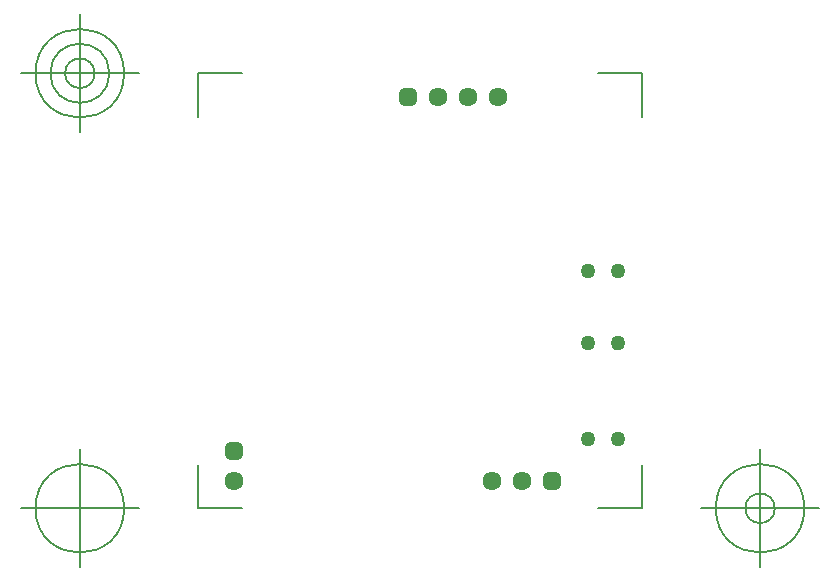
<source format=gbr>
G04 Generated by Ultiboard 13.0 *
%FSLAX34Y34*%
%MOMM*%

%ADD10C,0.0001*%
%ADD11C,0.2540*%
%ADD12C,0.1270*%
%ADD13R,0.5291X0.5291*%
%ADD14C,0.9949*%
%ADD15C,1.6088*%
%ADD16C,1.2700*%


G04 ColorRGB 0000FF for the following layer *
%LNCopper Bottom*%
%LPD*%
G54D10*
G54D11*
X382500Y743180D02*
X386080Y746760D01*
G54D12*
X30463Y607052D02*
X30463Y643885D01*
X30463Y607052D02*
X68058Y607052D01*
X406408Y607052D02*
X368813Y607052D01*
X406408Y607052D02*
X406408Y643885D01*
X406408Y975377D02*
X406408Y938545D01*
X406408Y975377D02*
X368813Y975377D01*
X30463Y975377D02*
X68058Y975377D01*
X30463Y975377D02*
X30463Y938545D01*
X-19537Y607052D02*
X-119537Y607052D01*
X-69537Y557052D02*
X-69537Y657052D01*
X-107037Y607052D02*
G75*
D01*
G02X-107037Y607052I37500J0*
G01*
X456408Y607052D02*
X556408Y607052D01*
X506408Y557052D02*
X506408Y657052D01*
X468908Y607052D02*
G75*
D01*
G02X468908Y607052I37500J0*
G01*
X493908Y607052D02*
G75*
D01*
G02X493908Y607052I12500J0*
G01*
X-19537Y975377D02*
X-119537Y975377D01*
X-69537Y925377D02*
X-69537Y1025377D01*
X-107037Y975377D02*
G75*
D01*
G02X-107037Y975377I37500J0*
G01*
X-94537Y975377D02*
G75*
D01*
G02X-94537Y975377I25000J0*
G01*
X-82037Y975377D02*
G75*
D01*
G02X-82037Y975377I12500J0*
G01*
G54D13*
X330200Y629920D03*
X208280Y955040D03*
X60960Y655320D03*
G54D14*
X327555Y627275D02*
X332845Y627275D01*
X332845Y632565D01*
X327555Y632565D01*
X327555Y627275D01*D02*
X205635Y952395D02*
X210925Y952395D01*
X210925Y957685D01*
X205635Y957685D01*
X205635Y952395D01*D02*
X58315Y652675D02*
X63605Y652675D01*
X63605Y657965D01*
X58315Y657965D01*
X58315Y652675D01*D02*
G54D15*
X304800Y629920D03*
X279400Y629920D03*
X259080Y955040D03*
X233680Y955040D03*
X284480Y955040D03*
X60960Y629920D03*
G54D16*
X360680Y746760D03*
X386080Y746760D03*
X360680Y807720D03*
X386080Y807720D03*
X360680Y665480D03*
X386080Y665480D03*

M02*

</source>
